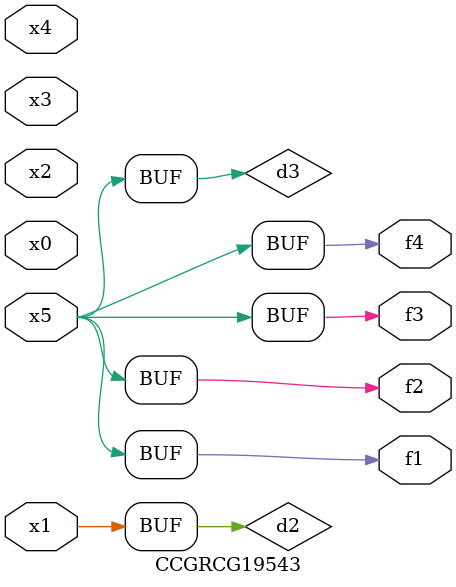
<source format=v>
module CCGRCG19543(
	input x0, x1, x2, x3, x4, x5,
	output f1, f2, f3, f4
);

	wire d1, d2, d3;

	not (d1, x5);
	or (d2, x1);
	xnor (d3, d1);
	assign f1 = d3;
	assign f2 = d3;
	assign f3 = d3;
	assign f4 = d3;
endmodule

</source>
